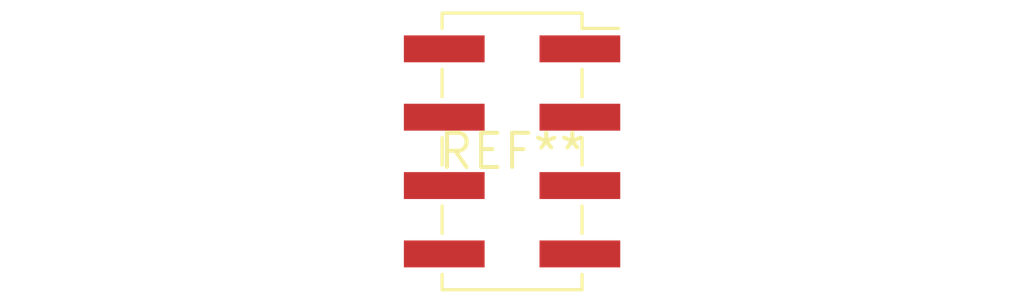
<source format=kicad_pcb>
(kicad_pcb (version 20240108) (generator pcbnew)
  (layers (0 "F.Cu" signal) (31 "B.Cu" signal) (34 "B.Paste" user) (35 "F.Paste" user) (36 "B.SilkS" user "B.Silkscreen") (37 "F.SilkS" user "F.Silkscreen") (38 "B.Mask" user) (39 "F.Mask" user) (44 "Edge.Cuts" user))
  (net 0 "")
  (footprint "PinSocket_2x04_P2.54mm_Vertical_SMD" (layer "F.Cu") (at 0 0)
    (property "Reference" "REF**")
    (property "Value" "PinSocket_2x04_P2.54mm_Vertical_SMD")
    (fp_line (start -2.6 -5.14) (end -2.6 -4.57) (layer "F.SilkS") (stroke (width 0.12)))
    (fp_line (start -2.6 -5.14) (end 2.6 -5.14) (layer "F.SilkS") (stroke (width 0.12)))
    (fp_line (start -2.6 -3.05) (end -2.6 -2.03) (layer "F.SilkS") (stroke (width 0.12)))
    (fp_line (start -2.6 -0.51) (end -2.6 0.51) (layer "F.SilkS") (stroke (width 0.12)))
    (fp_line (start -2.6 2.03) (end -2.6 3.05) (layer "F.SilkS") (stroke (width 0.12)))
    (fp_line (start -2.6 4.57) (end -2.6 5.14) (layer "F.SilkS") (stroke (width 0.12)))
    (fp_line (start -2.6 5.14) (end 2.6 5.14) (layer "F.SilkS") (stroke (width 0.12)))
    (fp_line (start 2.6 -5.14) (end 2.6 -4.57) (layer "F.SilkS") (stroke (width 0.12)))
    (fp_line (start 2.6 -4.57) (end 3.96 -4.57) (layer "F.SilkS") (stroke (width 0.12)))
    (fp_line (start 2.6 -3.05) (end 2.6 -2.03) (layer "F.SilkS") (stroke (width 0.12)))
    (fp_line (start 2.6 -0.51) (end 2.6 0.51) (layer "F.SilkS") (stroke (width 0.12)))
    (fp_line (start 2.6 2.03) (end 2.6 3.05) (layer "F.SilkS") (stroke (width 0.12)))
    (fp_line (start 2.6 4.57) (end 2.6 5.14) (layer "F.SilkS") (stroke (width 0.12)))
    (pad "1" smd rect (at 2.52 -3.81) (size 3 1) (layers "F.Cu" "F.Paste" "F.Mask"))
    (pad "2" smd rect (at -2.52 -3.81) (size 3 1) (layers "F.Cu" "F.Paste" "F.Mask"))
    (pad "3" smd rect (at 2.52 -1.27) (size 3 1) (layers "F.Cu" "F.Paste" "F.Mask"))
    (pad "4" smd rect (at -2.52 -1.27) (size 3 1) (layers "F.Cu" "F.Paste" "F.Mask"))
    (pad "5" smd rect (at 2.52 1.27) (size 3 1) (layers "F.Cu" "F.Paste" "F.Mask"))
    (pad "6" smd rect (at -2.52 1.27) (size 3 1) (layers "F.Cu" "F.Paste" "F.Mask"))
    (pad "7" smd rect (at 2.52 3.81) (size 3 1) (layers "F.Cu" "F.Paste" "F.Mask"))
    (pad "8" smd rect (at -2.52 3.81) (size 3 1) (layers "F.Cu" "F.Paste" "F.Mask"))
  )
)
</source>
